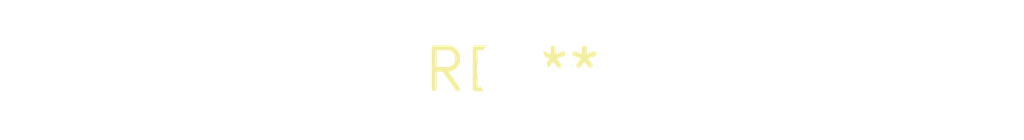
<source format=kicad_pcb>
(kicad_pcb (version 20240108) (generator pcbnew)
  (layers (0 "F.Cu" signal) (31 "B.Cu" signal) (34 "B.Paste" user) (35 "F.Paste" user) (36 "B.SilkS" user "B.Silkscreen") (37 "F.SilkS" user "F.Silkscreen") (38 "B.Mask" user) (39 "F.Mask" user) (44 "Edge.Cuts" user))
  (net 0 "")
  (footprint "MountingHole_2.2mm_M2_DIN965" (layer "F.Cu") (at 0 0)
    (property "Reference" "REF**")
    (property "Value" "MountingHole_2.2mm_M2_DIN965")
    (pad "" np_thru_hole circle (at 0 0) (size 2.2 2.2) (drill 2.2) (layers *.Cu *.Mask))
  )
)
</source>
